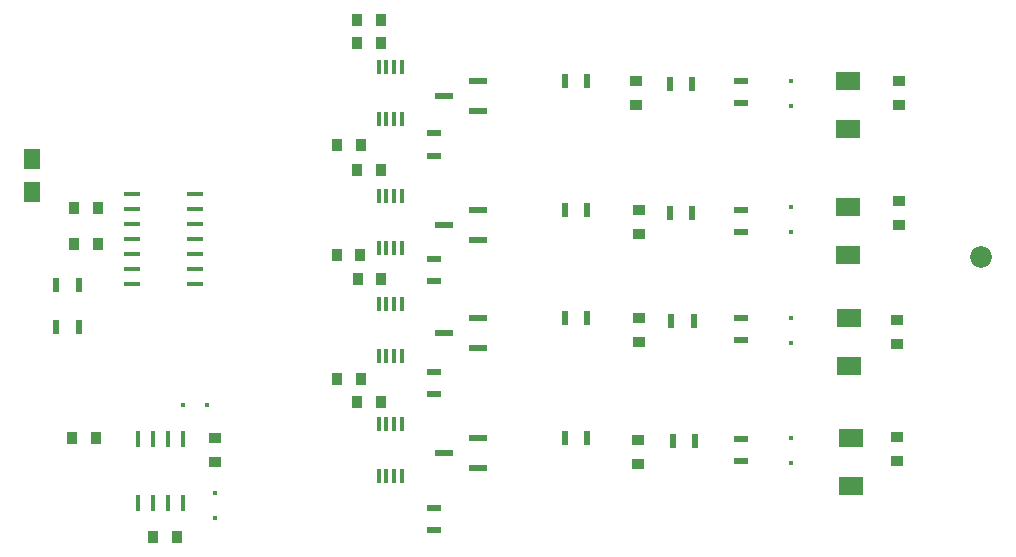
<source format=gbr>
G04 #@! TF.FileFunction,Paste,Top*
%FSLAX46Y46*%
G04 Gerber Fmt 4.6, Leading zero omitted, Abs format (unit mm)*
G04 Created by KiCad (PCBNEW 4.0.6) date Tuesday, August 01, 2017 'AMt' 06:59:47 AM*
%MOMM*%
%LPD*%
G01*
G04 APERTURE LIST*
%ADD10C,0.100000*%
%ADD11R,1.547600X0.557600*%
%ADD12R,0.847600X1.097600*%
%ADD13R,1.347600X0.447600*%
%ADD14R,0.547600X1.147600*%
%ADD15R,1.097600X0.847600*%
%ADD16R,0.297600X0.447600*%
%ADD17R,0.447600X0.297600*%
%ADD18R,2.006600X1.625600*%
%ADD19R,1.147600X0.547600*%
%ADD20R,0.447600X1.397600*%
%ADD21R,0.297600X1.297600*%
%ADD22R,1.347600X1.797600*%
%ADD23C,1.847600*%
G04 APERTURE END LIST*
D10*
D11*
X145728000Y-85847000D03*
X145728000Y-88397000D03*
X142903000Y-87122000D03*
D12*
X135550000Y-102575000D03*
X137550000Y-102575000D03*
D13*
X116426000Y-95377000D03*
X116426000Y-96647000D03*
X116426000Y-97917000D03*
X116426000Y-99187000D03*
X116426000Y-100457000D03*
X116426000Y-101727000D03*
X116426000Y-102997000D03*
X121826000Y-102997000D03*
X121826000Y-101727000D03*
X121826000Y-100457000D03*
X121826000Y-99187000D03*
X121826000Y-97917000D03*
X121826000Y-96647000D03*
X121826000Y-95377000D03*
D14*
X110050000Y-106675000D03*
X111950000Y-106675000D03*
D12*
X118253000Y-124460000D03*
X120253000Y-124460000D03*
X113557692Y-96591820D03*
X111557692Y-96591820D03*
X113557692Y-99639820D03*
X111557692Y-99639820D03*
X113395000Y-116078000D03*
X111395000Y-116078000D03*
D15*
X123444000Y-118094000D03*
X123444000Y-116094000D03*
D12*
X135500000Y-112975000D03*
X137500000Y-112975000D03*
X135525000Y-93375000D03*
X137525000Y-93375000D03*
X135525000Y-82600000D03*
X137525000Y-82600000D03*
D15*
X159258000Y-116221000D03*
X159258000Y-118221000D03*
X159385000Y-105934000D03*
X159385000Y-107934000D03*
X159385000Y-96790000D03*
X159385000Y-98790000D03*
X159131000Y-85868000D03*
X159131000Y-87868000D03*
X181229000Y-117967000D03*
X181229000Y-115967000D03*
X181229000Y-108061000D03*
X181229000Y-106061000D03*
X181356000Y-98028000D03*
X181356000Y-96028000D03*
X181356000Y-87868000D03*
X181356000Y-85868000D03*
D16*
X123444000Y-122843000D03*
X123444000Y-120743000D03*
D17*
X120743000Y-113284000D03*
X122843000Y-113284000D03*
D16*
X172212000Y-118144000D03*
X172212000Y-116044000D03*
X172212000Y-107984000D03*
X172212000Y-105884000D03*
X172212000Y-98586000D03*
X172212000Y-96486000D03*
X172212000Y-87918000D03*
X172212000Y-85818000D03*
D18*
X177292000Y-116078000D03*
X177292000Y-120142000D03*
X177165000Y-105918000D03*
X177165000Y-109982000D03*
X177038000Y-96520000D03*
X177038000Y-100584000D03*
X177038000Y-85852000D03*
X177038000Y-89916000D03*
D14*
X111948000Y-103124000D03*
X110048000Y-103124000D03*
D19*
X142000000Y-121975000D03*
X142000000Y-123875000D03*
X142030000Y-110450000D03*
X142030000Y-112350000D03*
X142050000Y-100900000D03*
X142050000Y-102800000D03*
X142050000Y-90250000D03*
X142050000Y-92150000D03*
D14*
X155001000Y-116078000D03*
X153101000Y-116078000D03*
X155001000Y-105918000D03*
X153101000Y-105918000D03*
X155001000Y-96774000D03*
X153101000Y-96774000D03*
X155001000Y-85852000D03*
X153101000Y-85852000D03*
X164145000Y-116332000D03*
X162245000Y-116332000D03*
X164018000Y-106172000D03*
X162118000Y-106172000D03*
X163891000Y-97028000D03*
X161991000Y-97028000D03*
X163891000Y-86106000D03*
X161991000Y-86106000D03*
D19*
X168021000Y-116144000D03*
X168021000Y-118044000D03*
X168021000Y-105857000D03*
X168021000Y-107757000D03*
X168021000Y-96713000D03*
X168021000Y-98613000D03*
X168021000Y-85791000D03*
X168021000Y-87691000D03*
D20*
X116967000Y-121539000D03*
X118237000Y-121539000D03*
X119507000Y-121539000D03*
X120777000Y-121539000D03*
X120777000Y-116139000D03*
X119507000Y-116139000D03*
X118237000Y-116139000D03*
X116967000Y-116139000D03*
D21*
X137328000Y-119294000D03*
X137978000Y-119294000D03*
X138628000Y-119294000D03*
X139278000Y-119294000D03*
X139278000Y-114894000D03*
X138628000Y-114894000D03*
X137978000Y-114894000D03*
X137328000Y-114894000D03*
X137328000Y-109134000D03*
X137978000Y-109134000D03*
X138628000Y-109134000D03*
X139278000Y-109134000D03*
X139278000Y-104734000D03*
X138628000Y-104734000D03*
X137978000Y-104734000D03*
X137328000Y-104734000D03*
X137328000Y-99990000D03*
X137978000Y-99990000D03*
X138628000Y-99990000D03*
X139278000Y-99990000D03*
X139278000Y-95590000D03*
X138628000Y-95590000D03*
X137978000Y-95590000D03*
X137328000Y-95590000D03*
X137328000Y-89068000D03*
X137978000Y-89068000D03*
X138628000Y-89068000D03*
X139278000Y-89068000D03*
X139278000Y-84668000D03*
X138628000Y-84668000D03*
X137978000Y-84668000D03*
X137328000Y-84668000D03*
D22*
X108000000Y-95200000D03*
X108000000Y-92450000D03*
D12*
X133775000Y-100525000D03*
X135775000Y-100525000D03*
X133800000Y-91275000D03*
X135800000Y-91275000D03*
X135525000Y-80625000D03*
X137525000Y-80625000D03*
X133800000Y-111050000D03*
X135800000Y-111050000D03*
D23*
X188341000Y-100758000D03*
D11*
X145728000Y-96769000D03*
X145728000Y-99319000D03*
X142903000Y-98044000D03*
X145728000Y-105913000D03*
X145728000Y-108463000D03*
X142903000Y-107188000D03*
X145728000Y-116068000D03*
X145728000Y-118618000D03*
X142903000Y-117343000D03*
M02*

</source>
